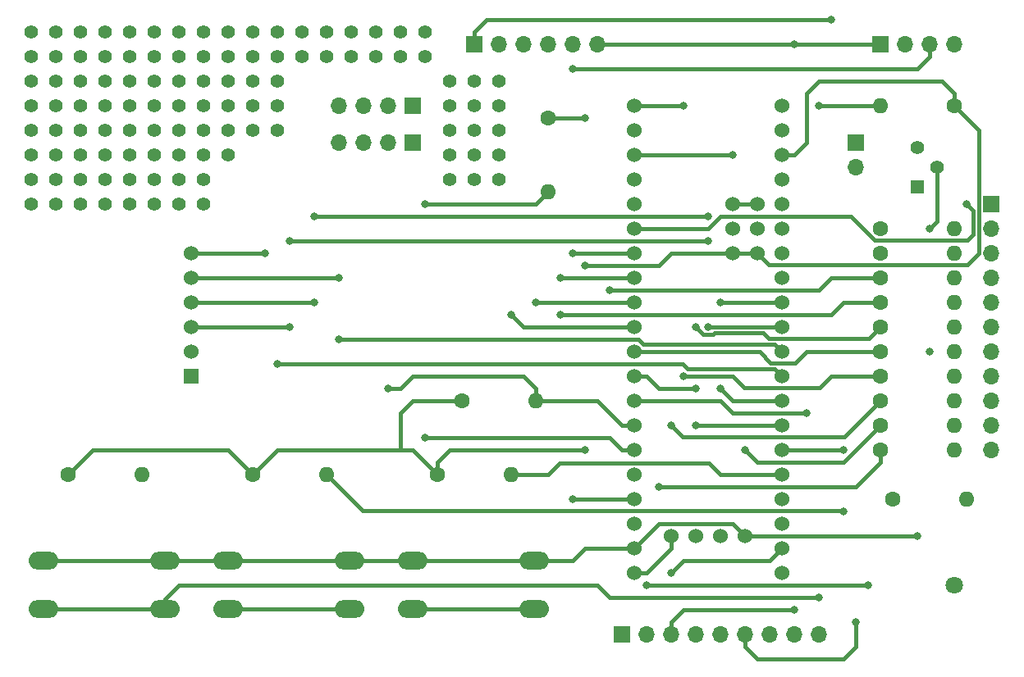
<source format=gbr>
%TF.GenerationSoftware,KiCad,Pcbnew,5.1.6-c6e7f7d~86~ubuntu16.04.1*%
%TF.CreationDate,2020-10-09T16:36:26+01:00*%
%TF.ProjectId,bluepill-pb1,626c7565-7069-46c6-9c2d-7062312e6b69,rev?*%
%TF.SameCoordinates,Original*%
%TF.FileFunction,Copper,L1,Top*%
%TF.FilePolarity,Positive*%
%FSLAX46Y46*%
G04 Gerber Fmt 4.6, Leading zero omitted, Abs format (unit mm)*
G04 Created by KiCad (PCBNEW 5.1.6-c6e7f7d~86~ubuntu16.04.1) date 2020-10-09 16:36:26*
%MOMM*%
%LPD*%
G01*
G04 APERTURE LIST*
%TA.AperFunction,ComponentPad*%
%ADD10O,1.700000X1.700000*%
%TD*%
%TA.AperFunction,ComponentPad*%
%ADD11R,1.700000X1.700000*%
%TD*%
%TA.AperFunction,ComponentPad*%
%ADD12O,1.600000X1.600000*%
%TD*%
%TA.AperFunction,ComponentPad*%
%ADD13C,1.600000*%
%TD*%
%TA.AperFunction,ComponentPad*%
%ADD14C,1.800000*%
%TD*%
%TA.AperFunction,ComponentPad*%
%ADD15C,1.524000*%
%TD*%
%TA.AperFunction,ComponentPad*%
%ADD16O,3.048000X1.850000*%
%TD*%
%TA.AperFunction,ComponentPad*%
%ADD17C,1.397000*%
%TD*%
%TA.AperFunction,ComponentPad*%
%ADD18R,1.397000X1.397000*%
%TD*%
%TA.AperFunction,ComponentPad*%
%ADD19R,1.524000X1.524000*%
%TD*%
%TA.AperFunction,ViaPad*%
%ADD20C,1.400000*%
%TD*%
%TA.AperFunction,ViaPad*%
%ADD21C,0.800000*%
%TD*%
%TA.AperFunction,Conductor*%
%ADD22C,0.400000*%
%TD*%
G04 APERTURE END LIST*
D10*
%TO.P,J6,6*%
%TO.N,GND*%
X137160000Y-59690000D03*
%TO.P,J6,5*%
%TO.N,Net-(J6-Pad5)*%
X134620000Y-59690000D03*
%TO.P,J6,4*%
%TO.N,Net-(J6-Pad4)*%
X132080000Y-59690000D03*
%TO.P,J6,3*%
%TO.N,Net-(J6-Pad3)*%
X129540000Y-59690000D03*
%TO.P,J6,2*%
%TO.N,Net-(J6-Pad2)*%
X127000000Y-59690000D03*
D11*
%TO.P,J6,1*%
%TO.N,Net-(J6-Pad1)*%
X124460000Y-59690000D03*
%TD*%
D10*
%TO.P,J7,2*%
%TO.N,Net-(J6-Pad1)*%
X163830000Y-72390000D03*
D11*
%TO.P,J7,1*%
%TO.N,Net-(J7-Pad1)*%
X163830000Y-69850000D03*
%TD*%
D12*
%TO.P,R17,2*%
%TO.N,Net-(J3-Pad2)*%
X130810000Y-96520000D03*
D13*
%TO.P,R17,1*%
%TO.N,+3V3*%
X123190000Y-96520000D03*
%TD*%
D14*
%TO.P,TP1,1*%
%TO.N,GND*%
X173990000Y-115570000D03*
%TD*%
D12*
%TO.P,R16,2*%
%TO.N,Net-(J3-Pad1)*%
X132080000Y-74930000D03*
D13*
%TO.P,R16,1*%
%TO.N,+3V3*%
X132080000Y-67310000D03*
%TD*%
D12*
%TO.P,R15,2*%
%TO.N,Net-(Q1-Pad2)*%
X175260000Y-106680000D03*
D13*
%TO.P,R15,1*%
%TO.N,Net-(R15-Pad1)*%
X167640000Y-106680000D03*
%TD*%
D15*
%TO.P,U1,5V*%
%TO.N,Net-(J6-Pad1)*%
X140970000Y-109220000D03*
%TO.P,U1,3V3*%
%TO.N,+3V3*%
X151130000Y-81280000D03*
%TO.P,U1,PB2*%
%TO.N,N/C*%
X151130000Y-78740000D03*
%TO.P,U1,G*%
%TO.N,GND*%
X151130000Y-76200000D03*
%TO.P,U1,3V3*%
%TO.N,+3V3*%
X153670000Y-81280000D03*
%TO.P,U1,BOOT*%
%TO.N,N/C*%
X153670000Y-78740000D03*
%TO.P,U1,G*%
%TO.N,GND*%
X153670000Y-76200000D03*
X152400000Y-110490000D03*
%TO.P,U1,PA14*%
%TO.N,N/C*%
X149860000Y-110490000D03*
%TO.P,U1,PA13*%
X147320000Y-110490000D03*
%TO.P,U1,3V3*%
%TO.N,+3V3*%
X144780000Y-110490000D03*
%TO.P,U1,G*%
%TO.N,GND*%
X156210000Y-66040000D03*
X156210000Y-68580000D03*
%TO.P,U1,3V3*%
%TO.N,+3V3*%
X156210000Y-71120000D03*
%TO.P,U1,NRST*%
%TO.N,N/C*%
X156210000Y-73660000D03*
%TO.P,U1,PB11*%
%TO.N,Net-(Q1-Pad1)*%
X156210000Y-76200000D03*
%TO.P,U1,PB10*%
%TO.N,N/C*%
X156210000Y-78740000D03*
%TO.P,U1,PB1*%
%TO.N,Net-(J5-Pad7)*%
X156210000Y-81280000D03*
%TO.P,U1,PB0*%
%TO.N,Net-(J5-Pad6)*%
X156210000Y-83820000D03*
%TO.P,U1,PA7*%
%TO.N,Net-(A1-Pad4)*%
X156210000Y-86360000D03*
%TO.P,U1,PA6*%
%TO.N,Net-(A1-Pad3)*%
X156210000Y-88900000D03*
%TO.P,U1,PA5*%
%TO.N,Net-(A1-Pad5)*%
X156210000Y-91440000D03*
%TO.P,U1,PA4*%
%TO.N,Net-(A1-Pad6)*%
X156210000Y-93980000D03*
%TO.P,U1,PA3*%
%TO.N,Net-(J5-Pad5)*%
X156210000Y-96520000D03*
%TO.P,U1,PA2*%
%TO.N,Net-(J5-Pad4)*%
X156210000Y-99060000D03*
%TO.P,U1,PA1*%
%TO.N,Net-(R2-Pad2)*%
X156210000Y-101600000D03*
%TO.P,U1,PA0*%
%TO.N,Net-(R3-Pad2)*%
X156210000Y-104140000D03*
%TO.P,U1,PC15*%
%TO.N,Net-(R1-Pad2)*%
X156210000Y-106680000D03*
%TO.P,U1,PC14*%
%TO.N,Net-(J5-Pad3)*%
X156210000Y-109220000D03*
%TO.P,U1,PC13*%
%TO.N,Net-(J5-Pad2)*%
X156210000Y-111760000D03*
%TO.P,U1,VBAT*%
%TO.N,N/C*%
X156210000Y-114300000D03*
%TO.P,U1,3V3*%
%TO.N,+3V3*%
X140970000Y-114300000D03*
%TO.P,U1,G*%
%TO.N,GND*%
X140970000Y-111760000D03*
%TO.P,U1,PB9*%
%TO.N,Net-(R7-Pad1)*%
X140970000Y-106680000D03*
%TO.P,U1,PB8*%
%TO.N,Net-(R6-Pad1)*%
X140970000Y-104140000D03*
%TO.P,U1,PB7*%
%TO.N,Net-(J3-Pad1)*%
X140970000Y-101600000D03*
%TO.P,U1,PB6*%
%TO.N,Net-(J3-Pad2)*%
X140970000Y-99060000D03*
%TO.P,U1,PB5*%
%TO.N,Net-(J5-Pad8)*%
X140970000Y-96520000D03*
%TO.P,U1,PB4*%
%TO.N,Net-(R8-Pad1)*%
X140970000Y-93980000D03*
%TO.P,U1,PB3*%
%TO.N,Net-(R15-Pad1)*%
X140970000Y-91440000D03*
%TO.P,U1,PA15*%
%TO.N,Net-(J6-Pad2)*%
X140970000Y-88900000D03*
%TO.P,U1,PA12*%
%TO.N,Net-(J6-Pad3)*%
X140970000Y-86360000D03*
%TO.P,U1,PA11*%
%TO.N,Net-(J6-Pad4)*%
X140970000Y-83820000D03*
%TO.P,U1,PA10*%
%TO.N,Net-(J2-Pad3)*%
X140970000Y-81280000D03*
%TO.P,U1,PA9*%
%TO.N,Net-(J2-Pad2)*%
X140970000Y-78740000D03*
%TO.P,U1,PA8*%
%TO.N,Net-(J6-Pad5)*%
X140970000Y-76200000D03*
%TO.P,U1,PB15*%
%TO.N,Net-(R13-Pad1)*%
X140970000Y-73660000D03*
%TO.P,U1,PB14*%
%TO.N,Net-(R12-Pad1)*%
X140970000Y-71120000D03*
%TO.P,U1,PB13*%
%TO.N,Net-(R11-Pad1)*%
X140970000Y-68580000D03*
%TO.P,U1,PB12*%
%TO.N,Net-(R10-Pad1)*%
X140970000Y-66040000D03*
%TD*%
D16*
%TO.P,SW2,2*%
%TO.N,Net-(R2-Pad2)*%
X99060000Y-118030000D03*
%TO.P,SW2,1*%
%TO.N,GND*%
X99060000Y-113030000D03*
%TO.P,SW2,2*%
%TO.N,Net-(R2-Pad2)*%
X111560000Y-118030000D03*
%TO.P,SW2,1*%
%TO.N,GND*%
X111560000Y-113030000D03*
%TD*%
D10*
%TO.P,J5,9*%
%TO.N,GND*%
X160020000Y-120650000D03*
%TO.P,J5,8*%
%TO.N,Net-(J5-Pad8)*%
X157480000Y-120650000D03*
%TO.P,J5,7*%
%TO.N,Net-(J5-Pad7)*%
X154940000Y-120650000D03*
%TO.P,J5,6*%
%TO.N,Net-(J5-Pad6)*%
X152400000Y-120650000D03*
%TO.P,J5,5*%
%TO.N,Net-(J5-Pad5)*%
X149860000Y-120650000D03*
%TO.P,J5,4*%
%TO.N,Net-(J5-Pad4)*%
X147320000Y-120650000D03*
%TO.P,J5,3*%
%TO.N,Net-(J5-Pad3)*%
X144780000Y-120650000D03*
%TO.P,J5,2*%
%TO.N,Net-(J5-Pad2)*%
X142240000Y-120650000D03*
D11*
%TO.P,J5,1*%
%TO.N,+3V3*%
X139700000Y-120650000D03*
%TD*%
D12*
%TO.P,R14,2*%
%TO.N,Net-(Q1-Pad1)*%
X166370000Y-66040000D03*
D13*
%TO.P,R14,1*%
%TO.N,+3V3*%
X173990000Y-66040000D03*
%TD*%
D17*
%TO.P,Q1,1*%
%TO.N,Net-(Q1-Pad1)*%
X170180000Y-70358000D03*
%TO.P,Q1,2*%
%TO.N,Net-(Q1-Pad2)*%
X172212000Y-72390000D03*
D18*
%TO.P,Q1,3*%
%TO.N,GND*%
X170180000Y-74422000D03*
%TD*%
D10*
%TO.P,J4,4*%
%TO.N,+3V3*%
X110490000Y-66040000D03*
%TO.P,J4,3*%
%TO.N,GND*%
X113030000Y-66040000D03*
%TO.P,J4,2*%
%TO.N,Net-(J3-Pad2)*%
X115570000Y-66040000D03*
D11*
%TO.P,J4,1*%
%TO.N,Net-(J3-Pad1)*%
X118110000Y-66040000D03*
%TD*%
D10*
%TO.P,J2,4*%
%TO.N,+3V3*%
X173990000Y-59690000D03*
%TO.P,J2,3*%
%TO.N,Net-(J2-Pad3)*%
X171450000Y-59690000D03*
%TO.P,J2,2*%
%TO.N,Net-(J2-Pad2)*%
X168910000Y-59690000D03*
D11*
%TO.P,J2,1*%
%TO.N,GND*%
X166370000Y-59690000D03*
%TD*%
D10*
%TO.P,J1,11*%
%TO.N,Net-(J1-Pad11)*%
X177800000Y-101600000D03*
%TO.P,J1,10*%
%TO.N,Net-(J1-Pad10)*%
X177800000Y-99060000D03*
%TO.P,J1,9*%
%TO.N,Net-(J1-Pad9)*%
X177800000Y-96520000D03*
%TO.P,J1,8*%
%TO.N,Net-(J1-Pad8)*%
X177800000Y-93980000D03*
%TO.P,J1,7*%
%TO.N,Net-(J1-Pad7)*%
X177800000Y-91440000D03*
%TO.P,J1,6*%
%TO.N,Net-(J1-Pad6)*%
X177800000Y-88900000D03*
%TO.P,J1,5*%
%TO.N,Net-(J1-Pad5)*%
X177800000Y-86360000D03*
%TO.P,J1,4*%
%TO.N,Net-(J1-Pad4)*%
X177800000Y-83820000D03*
%TO.P,J1,3*%
%TO.N,Net-(J1-Pad3)*%
X177800000Y-81280000D03*
%TO.P,J1,2*%
%TO.N,Net-(J1-Pad2)*%
X177800000Y-78740000D03*
D11*
%TO.P,J1,1*%
%TO.N,N/C*%
X177800000Y-76200000D03*
%TD*%
D12*
%TO.P,R13,2*%
%TO.N,Net-(J1-Pad11)*%
X173990000Y-101600000D03*
D13*
%TO.P,R13,1*%
%TO.N,Net-(R13-Pad1)*%
X166370000Y-101600000D03*
%TD*%
D12*
%TO.P,R12,2*%
%TO.N,Net-(J1-Pad10)*%
X173990000Y-99060000D03*
D13*
%TO.P,R12,1*%
%TO.N,Net-(R12-Pad1)*%
X166370000Y-99060000D03*
%TD*%
D12*
%TO.P,R11,2*%
%TO.N,Net-(J1-Pad9)*%
X173990000Y-96520000D03*
D13*
%TO.P,R11,1*%
%TO.N,Net-(R11-Pad1)*%
X166370000Y-96520000D03*
%TD*%
D12*
%TO.P,R10,2*%
%TO.N,Net-(J1-Pad8)*%
X173990000Y-93980000D03*
D13*
%TO.P,R10,1*%
%TO.N,Net-(R10-Pad1)*%
X166370000Y-93980000D03*
%TD*%
D12*
%TO.P,R9,2*%
%TO.N,Net-(J1-Pad7)*%
X173990000Y-91440000D03*
D13*
%TO.P,R9,1*%
%TO.N,Net-(R15-Pad1)*%
X166370000Y-91440000D03*
%TD*%
D12*
%TO.P,R8,2*%
%TO.N,Net-(J1-Pad6)*%
X173990000Y-88900000D03*
D13*
%TO.P,R8,1*%
%TO.N,Net-(R8-Pad1)*%
X166370000Y-88900000D03*
%TD*%
D12*
%TO.P,R7,2*%
%TO.N,Net-(J1-Pad5)*%
X173990000Y-86360000D03*
D13*
%TO.P,R7,1*%
%TO.N,Net-(R7-Pad1)*%
X166370000Y-86360000D03*
%TD*%
D12*
%TO.P,R6,2*%
%TO.N,Net-(J1-Pad4)*%
X173990000Y-83820000D03*
D13*
%TO.P,R6,1*%
%TO.N,Net-(R6-Pad1)*%
X166370000Y-83820000D03*
%TD*%
D12*
%TO.P,R5,2*%
%TO.N,Net-(J1-Pad3)*%
X173990000Y-81280000D03*
D13*
%TO.P,R5,1*%
%TO.N,GND*%
X166370000Y-81280000D03*
%TD*%
D12*
%TO.P,R4,2*%
%TO.N,Net-(J1-Pad2)*%
X173990000Y-78740000D03*
D13*
%TO.P,R4,1*%
%TO.N,Net-(J7-Pad1)*%
X166370000Y-78740000D03*
%TD*%
D16*
%TO.P,SW3,2*%
%TO.N,Net-(R3-Pad2)*%
X118110000Y-118030000D03*
%TO.P,SW3,1*%
%TO.N,GND*%
X118110000Y-113030000D03*
%TO.P,SW3,2*%
%TO.N,Net-(R3-Pad2)*%
X130610000Y-118030000D03*
%TO.P,SW3,1*%
%TO.N,GND*%
X130610000Y-113030000D03*
%TD*%
%TO.P,SW1,2*%
%TO.N,Net-(R1-Pad2)*%
X80010000Y-118030000D03*
%TO.P,SW1,1*%
%TO.N,GND*%
X80010000Y-113030000D03*
%TO.P,SW1,2*%
%TO.N,Net-(R1-Pad2)*%
X92510000Y-118030000D03*
%TO.P,SW1,1*%
%TO.N,GND*%
X92510000Y-113030000D03*
%TD*%
D12*
%TO.P,R3,2*%
%TO.N,Net-(R3-Pad2)*%
X128270000Y-104140000D03*
D13*
%TO.P,R3,1*%
%TO.N,+3V3*%
X120650000Y-104140000D03*
%TD*%
D12*
%TO.P,R2,2*%
%TO.N,Net-(R2-Pad2)*%
X109220000Y-104140000D03*
D13*
%TO.P,R2,1*%
%TO.N,+3V3*%
X101600000Y-104140000D03*
%TD*%
D12*
%TO.P,R1,2*%
%TO.N,Net-(R1-Pad2)*%
X90170000Y-104140000D03*
D13*
%TO.P,R1,1*%
%TO.N,+3V3*%
X82550000Y-104140000D03*
%TD*%
D10*
%TO.P,J3,4*%
%TO.N,GND*%
X110490000Y-69850000D03*
%TO.P,J3,3*%
%TO.N,+3V3*%
X113030000Y-69850000D03*
%TO.P,J3,2*%
%TO.N,Net-(J3-Pad2)*%
X115570000Y-69850000D03*
D11*
%TO.P,J3,1*%
%TO.N,Net-(J3-Pad1)*%
X118110000Y-69850000D03*
%TD*%
D15*
%TO.P,A1,6*%
%TO.N,Net-(A1-Pad6)*%
X95250000Y-81280000D03*
%TO.P,A1,5*%
%TO.N,Net-(A1-Pad5)*%
X95250000Y-83820000D03*
%TO.P,A1,4*%
%TO.N,Net-(A1-Pad4)*%
X95250000Y-86360000D03*
%TO.P,A1,3*%
%TO.N,Net-(A1-Pad3)*%
X95250000Y-88900000D03*
%TO.P,A1,2*%
%TO.N,+3V3*%
X95250000Y-91440000D03*
D19*
%TO.P,A1,1*%
%TO.N,GND*%
X95250000Y-93980000D03*
%TD*%
D20*
%TO.N,*%
X78740000Y-58420000D03*
X78740000Y-60960000D03*
X78740000Y-63500000D03*
X78740000Y-66040000D03*
X78740000Y-68580000D03*
X78740000Y-71120000D03*
X78740000Y-73660000D03*
X78740000Y-76200000D03*
X81280000Y-76200000D03*
X81280000Y-73660000D03*
X81280000Y-71120000D03*
X81280000Y-68580000D03*
X81280000Y-66040000D03*
X81280000Y-63500000D03*
X81280000Y-60960000D03*
X81280000Y-58420000D03*
X83820000Y-58420000D03*
X83820000Y-60960000D03*
X83820000Y-63500000D03*
X83820000Y-66040000D03*
X83820000Y-68580000D03*
X83820000Y-71120000D03*
X83820000Y-73660000D03*
X83820000Y-76200000D03*
X86360000Y-76200000D03*
X86360000Y-73660000D03*
X86360000Y-71120000D03*
X86360000Y-68580000D03*
X86360000Y-66040000D03*
X86360000Y-63500000D03*
X86360000Y-60960000D03*
X86360000Y-58420000D03*
X88900000Y-58420000D03*
X88900000Y-60960000D03*
X88900000Y-63500000D03*
X88900000Y-66040000D03*
X88900000Y-68580000D03*
X88900000Y-71120000D03*
X88900000Y-73660000D03*
X88900000Y-76200000D03*
X91440000Y-76200000D03*
X91440000Y-73660000D03*
X91440000Y-71120000D03*
X91440000Y-68580000D03*
X91440000Y-66040000D03*
X91440000Y-63500000D03*
X91440000Y-60960000D03*
X91440000Y-58420000D03*
X93980000Y-58420000D03*
X93980000Y-60960000D03*
X93980000Y-63500000D03*
X93980000Y-66040000D03*
X93980000Y-68580000D03*
X93980000Y-71120000D03*
X93980000Y-73660000D03*
X93980000Y-76200000D03*
X96520000Y-76200000D03*
X96520000Y-73660000D03*
X96520000Y-71120000D03*
X96520000Y-68580000D03*
X96520000Y-66040000D03*
X96520000Y-63500000D03*
X96520000Y-60960000D03*
X96520000Y-58420000D03*
X99060000Y-58420000D03*
X99060000Y-60960000D03*
X99060000Y-63500000D03*
X99060000Y-66040000D03*
X99060000Y-68580000D03*
X99060000Y-71120000D03*
X101600000Y-58420000D03*
X101600000Y-60960000D03*
X104140000Y-60960000D03*
X104140000Y-58420000D03*
X106680000Y-58420000D03*
X106680000Y-60960000D03*
X109220000Y-60960000D03*
X109220000Y-58420000D03*
X111760000Y-58420000D03*
X111760000Y-60960000D03*
X114300000Y-60960000D03*
X114300000Y-58420000D03*
X116840000Y-58420000D03*
X116840000Y-60960000D03*
X119380000Y-60960000D03*
X119380000Y-58420000D03*
X101600000Y-63500000D03*
X101600000Y-66040000D03*
X101600000Y-68580000D03*
X104140000Y-68580000D03*
X104140000Y-66040000D03*
X104140000Y-63500000D03*
X124460000Y-63500000D03*
X127000000Y-63500000D03*
X121920000Y-63500000D03*
X121920000Y-66040000D03*
X124460000Y-66040000D03*
X127000000Y-66040000D03*
X121920000Y-68580000D03*
X124460000Y-68580000D03*
X127000000Y-68580000D03*
X127000000Y-71120000D03*
X121920000Y-71120000D03*
X124460000Y-71120000D03*
X121920000Y-73660000D03*
X124460000Y-73660000D03*
X127000000Y-73660000D03*
D21*
%TO.N,Net-(A1-Pad6)*%
X104140000Y-92710000D03*
X102870000Y-81280000D03*
%TO.N,Net-(A1-Pad5)*%
X110490000Y-90170000D03*
X110490000Y-83820000D03*
%TO.N,Net-(A1-Pad4)*%
X149860000Y-86360000D03*
X148590000Y-77470000D03*
X107950000Y-77470000D03*
X107950000Y-86360000D03*
%TO.N,Net-(A1-Pad3)*%
X148590000Y-88900000D03*
X105410000Y-80010000D03*
X105410000Y-88900000D03*
X148590000Y-80010000D03*
%TO.N,Net-(J2-Pad3)*%
X134620000Y-62230000D03*
X134620000Y-81280000D03*
%TO.N,Net-(J2-Pad2)*%
X175260000Y-76200000D03*
%TO.N,+3V3*%
X135890000Y-101600000D03*
X135890000Y-82550000D03*
X135890000Y-67310000D03*
%TO.N,GND*%
X170180000Y-110490000D03*
X157480000Y-59690000D03*
%TO.N,Net-(R1-Pad2)*%
X160020000Y-116840000D03*
%TO.N,Net-(R2-Pad2)*%
X162560000Y-107950000D03*
X162560000Y-101600000D03*
%TO.N,Net-(J3-Pad2)*%
X115570000Y-95250000D03*
%TO.N,Net-(J3-Pad1)*%
X119380000Y-100330000D03*
X119380000Y-76200000D03*
%TO.N,Net-(R6-Pad1)*%
X138430000Y-85090000D03*
%TO.N,Net-(R7-Pad1)*%
X133350000Y-87630000D03*
X134620000Y-106680000D03*
%TO.N,Net-(R8-Pad1)*%
X147320000Y-88900000D03*
X147320000Y-95250000D03*
%TO.N,Net-(R10-Pad1)*%
X146050000Y-66040000D03*
X146050000Y-93980000D03*
%TO.N,Net-(R11-Pad1)*%
X144780000Y-99060000D03*
%TO.N,Net-(R12-Pad1)*%
X152400000Y-101600000D03*
X151130000Y-71120000D03*
%TO.N,Net-(R13-Pad1)*%
X143510000Y-105410000D03*
%TO.N,Net-(J5-Pad8)*%
X158750000Y-97790000D03*
%TO.N,Net-(J5-Pad6)*%
X163830000Y-119380000D03*
%TO.N,Net-(J5-Pad5)*%
X149860000Y-95250000D03*
%TO.N,Net-(J5-Pad4)*%
X147320000Y-99060000D03*
%TO.N,Net-(J5-Pad3)*%
X157480000Y-118110000D03*
%TO.N,Net-(J5-Pad2)*%
X144780000Y-114300000D03*
%TO.N,Net-(J6-Pad4)*%
X133350000Y-83820000D03*
%TO.N,Net-(J6-Pad3)*%
X130810000Y-86360000D03*
%TO.N,Net-(J6-Pad2)*%
X128270000Y-87630000D03*
%TO.N,Net-(J6-Pad1)*%
X165100000Y-115570000D03*
X142240000Y-115570000D03*
X161290000Y-57150000D03*
%TO.N,Net-(Q1-Pad1)*%
X160020000Y-66040000D03*
%TO.N,Net-(Q1-Pad2)*%
X171450000Y-78740000D03*
X171450000Y-91440000D03*
%TD*%
D22*
%TO.N,Net-(A1-Pad6)*%
X102870000Y-81280000D02*
X95250000Y-81280000D01*
X145964002Y-92710000D02*
X104140000Y-92710000D01*
X146472003Y-93218001D02*
X145964002Y-92710000D01*
X155448001Y-93218001D02*
X146472003Y-93218001D01*
X156210000Y-93980000D02*
X155448001Y-93218001D01*
%TO.N,Net-(A1-Pad5)*%
X156210000Y-91440000D02*
X155448001Y-90678001D01*
X155448001Y-90678001D02*
X141927763Y-90678001D01*
X141927763Y-90678001D02*
X141419762Y-90170000D01*
X141419762Y-90170000D02*
X110490000Y-90170000D01*
X110490000Y-83820000D02*
X95250000Y-83820000D01*
%TO.N,Net-(A1-Pad4)*%
X106680000Y-86360000D02*
X95250000Y-86360000D01*
X156210000Y-86360000D02*
X149860000Y-86360000D01*
X148590000Y-77470000D02*
X107950000Y-77470000D01*
X107950000Y-86360000D02*
X106680000Y-86360000D01*
%TO.N,Net-(A1-Pad3)*%
X156210000Y-88900000D02*
X148590000Y-88900000D01*
X147320000Y-80010000D02*
X105410000Y-80010000D01*
X105410000Y-88900000D02*
X95250000Y-88900000D01*
X147320000Y-80010000D02*
X148590000Y-80010000D01*
%TO.N,Net-(J2-Pad3)*%
X171450000Y-59690000D02*
X171450000Y-60960000D01*
X170180000Y-62230000D02*
X134620000Y-62230000D01*
X171450000Y-60960000D02*
X170180000Y-62230000D01*
X140970000Y-81280000D02*
X134620000Y-81280000D01*
%TO.N,Net-(J2-Pad2)*%
X140970000Y-78740000D02*
X148590000Y-78740000D01*
X175329999Y-79940001D02*
X175929990Y-79340010D01*
X148590000Y-78740000D02*
X149860000Y-77470000D01*
X163323998Y-77470000D02*
X165793999Y-79940001D01*
X165793999Y-79940001D02*
X175329999Y-79940001D01*
X149860000Y-77470000D02*
X163323998Y-77470000D01*
X175929990Y-79340010D02*
X175929990Y-76869990D01*
X175929990Y-76869990D02*
X175260000Y-76200000D01*
%TO.N,+3V3*%
X82550000Y-104140000D02*
X85090000Y-101600000D01*
X85090000Y-101600000D02*
X99060000Y-101600000D01*
X99060000Y-101600000D02*
X101600000Y-104140000D01*
X101600000Y-104140000D02*
X104140000Y-101600000D01*
X118110000Y-101600000D02*
X120650000Y-104140000D01*
X120650000Y-104140000D02*
X120650000Y-102870000D01*
X120650000Y-102870000D02*
X121920000Y-101600000D01*
X121920000Y-101600000D02*
X135890000Y-101600000D01*
X153670000Y-81280000D02*
X151130000Y-81280000D01*
X144780000Y-110490000D02*
X144780000Y-111760000D01*
X142240000Y-114300000D02*
X140970000Y-114300000D01*
X144780000Y-111760000D02*
X142240000Y-114300000D01*
X154870001Y-82480001D02*
X175329999Y-82480001D01*
X153670000Y-81280000D02*
X154870001Y-82480001D01*
X175329999Y-82480001D02*
X176530000Y-81280000D01*
X176530000Y-68580000D02*
X173990000Y-66040000D01*
X176530000Y-81280000D02*
X176530000Y-68580000D01*
X151130000Y-81280000D02*
X144780000Y-81280000D01*
X144780000Y-81280000D02*
X143510000Y-82550000D01*
X143510000Y-82550000D02*
X135890000Y-82550000D01*
X123190000Y-96520000D02*
X118110000Y-96520000D01*
X116840000Y-97790000D02*
X116840000Y-101600000D01*
X118110000Y-96520000D02*
X116840000Y-97790000D01*
X116840000Y-101600000D02*
X118110000Y-101600000D01*
X104140000Y-101600000D02*
X116840000Y-101600000D01*
X132080000Y-67310000D02*
X135890000Y-67310000D01*
X156210000Y-71120000D02*
X157480000Y-71120000D01*
X157480000Y-71120000D02*
X158750000Y-69850000D01*
X158750000Y-69850000D02*
X158750000Y-64770000D01*
X158750000Y-64770000D02*
X160020000Y-63500000D01*
X160020000Y-63500000D02*
X172720000Y-63500000D01*
X173990000Y-64770000D02*
X173990000Y-66040000D01*
X172720000Y-63500000D02*
X173990000Y-64770000D01*
%TO.N,GND*%
X157480000Y-59690000D02*
X166370000Y-59690000D01*
X80010000Y-113030000D02*
X92510000Y-113030000D01*
X92510000Y-113030000D02*
X99060000Y-113030000D01*
X99060000Y-113030000D02*
X111560000Y-113030000D01*
X111560000Y-113030000D02*
X118110000Y-113030000D01*
X118110000Y-113030000D02*
X130610000Y-113030000D01*
X130610000Y-113030000D02*
X134620000Y-113030000D01*
X135890000Y-111760000D02*
X140970000Y-111760000D01*
X134620000Y-113030000D02*
X135890000Y-111760000D01*
X153670000Y-76200000D02*
X151130000Y-76200000D01*
X170180000Y-110490000D02*
X152400000Y-110490000D01*
X152400000Y-110490000D02*
X151130000Y-109220000D01*
X151130000Y-109220000D02*
X143510000Y-109220000D01*
X143510000Y-109220000D02*
X140970000Y-111760000D01*
X139700000Y-59690000D02*
X137160000Y-59690000D01*
X157480000Y-59690000D02*
X139700000Y-59690000D01*
%TO.N,Net-(R1-Pad2)*%
X92510000Y-118030000D02*
X92790000Y-118030000D01*
X80010000Y-118030000D02*
X92510000Y-118030000D01*
X92510000Y-118030000D02*
X92510000Y-117040000D01*
X92510000Y-117040000D02*
X93980000Y-115570000D01*
X93980000Y-115570000D02*
X137160000Y-115570000D01*
X137160000Y-115570000D02*
X138430000Y-116840000D01*
X138430000Y-116840000D02*
X160020000Y-116840000D01*
%TO.N,Net-(R2-Pad2)*%
X99060000Y-118030000D02*
X111560000Y-118030000D01*
X109220000Y-104140000D02*
X110420001Y-105340001D01*
X162452001Y-107842001D02*
X162560000Y-107950000D01*
X112922001Y-107842001D02*
X162452001Y-107842001D01*
X110420001Y-105340001D02*
X112922001Y-107842001D01*
X162560000Y-101600000D02*
X156210000Y-101600000D01*
%TO.N,Net-(R3-Pad2)*%
X118110000Y-118030000D02*
X130610000Y-118030000D01*
X156210000Y-104140000D02*
X149860000Y-104140000D01*
X148697999Y-102977999D02*
X133242001Y-102977999D01*
X149860000Y-104140000D02*
X148697999Y-102977999D01*
X132080000Y-104140000D02*
X128270000Y-104140000D01*
X133242001Y-102977999D02*
X132080000Y-104140000D01*
%TO.N,Net-(J3-Pad2)*%
X140970000Y-99060000D02*
X139700000Y-99060000D01*
X137160000Y-96520000D02*
X130810000Y-96520000D01*
X139700000Y-99060000D02*
X137160000Y-96520000D01*
X115570000Y-95250000D02*
X116840000Y-95250000D01*
X116840000Y-95250000D02*
X118110000Y-93980000D01*
X118110000Y-93980000D02*
X129540000Y-93980000D01*
X130810000Y-95250000D02*
X130810000Y-96520000D01*
X129540000Y-93980000D02*
X130810000Y-95250000D01*
%TO.N,Net-(J3-Pad1)*%
X140970000Y-101600000D02*
X139700000Y-101600000D01*
X138430000Y-100330000D02*
X119380000Y-100330000D01*
X139700000Y-101600000D02*
X138430000Y-100330000D01*
X132080000Y-74930000D02*
X130810000Y-76200000D01*
X130810000Y-76200000D02*
X119380000Y-76200000D01*
%TO.N,Net-(R6-Pad1)*%
X166370000Y-83820000D02*
X161290000Y-83820000D01*
X160020000Y-85090000D02*
X138430000Y-85090000D01*
X161290000Y-83820000D02*
X160020000Y-85090000D01*
%TO.N,Net-(R7-Pad1)*%
X166370000Y-86360000D02*
X162560000Y-86360000D01*
X161290000Y-87630000D02*
X133350000Y-87630000D01*
X162560000Y-86360000D02*
X161290000Y-87630000D01*
X134620000Y-106680000D02*
X140970000Y-106680000D01*
%TO.N,Net-(R8-Pad1)*%
X154832001Y-90062001D02*
X154270010Y-89500010D01*
X165207999Y-90062001D02*
X154832001Y-90062001D01*
X166370000Y-88900000D02*
X165207999Y-90062001D01*
X154270010Y-89500010D02*
X149259990Y-89500010D01*
X148120001Y-89700001D02*
X147320000Y-88900000D01*
X149059999Y-89700001D02*
X148120001Y-89700001D01*
X149259990Y-89500010D02*
X149059999Y-89700001D01*
X147320000Y-95250000D02*
X143510000Y-95250000D01*
X142240000Y-93980000D02*
X140970000Y-93980000D01*
X143510000Y-95250000D02*
X142240000Y-93980000D01*
%TO.N,Net-(R10-Pad1)*%
X140970000Y-66040000D02*
X146050000Y-66040000D01*
X146050000Y-93980000D02*
X151130000Y-93980000D01*
X152292001Y-95142001D02*
X160127999Y-95142001D01*
X151130000Y-93980000D02*
X152292001Y-95142001D01*
X161290000Y-93980000D02*
X166370000Y-93980000D01*
X160127999Y-95142001D02*
X161290000Y-93980000D01*
%TO.N,Net-(R11-Pad1)*%
X145942001Y-100222001D02*
X144780000Y-99060000D01*
X162667999Y-100222001D02*
X145942001Y-100222001D01*
X166370000Y-96520000D02*
X162667999Y-100222001D01*
%TO.N,Net-(R12-Pad1)*%
X166370000Y-99060000D02*
X162560000Y-102870000D01*
X153670000Y-102870000D02*
X152400000Y-101600000D01*
X162560000Y-102870000D02*
X153670000Y-102870000D01*
X151130000Y-71120000D02*
X140970000Y-71120000D01*
%TO.N,Net-(R13-Pad1)*%
X166370000Y-101600000D02*
X166370000Y-102870000D01*
X163830000Y-105410000D02*
X143510000Y-105410000D01*
X166370000Y-102870000D02*
X163830000Y-105410000D01*
%TO.N,Net-(J5-Pad8)*%
X140970000Y-96520000D02*
X149860000Y-96520000D01*
X149860000Y-96520000D02*
X151130000Y-97790000D01*
X151130000Y-97790000D02*
X158750000Y-97790000D01*
%TO.N,Net-(J5-Pad6)*%
X163830000Y-119380000D02*
X163830000Y-121920000D01*
X163830000Y-121920000D02*
X162560000Y-123190000D01*
X162560000Y-123190000D02*
X153670000Y-123190000D01*
X152400000Y-121920000D02*
X152400000Y-120650000D01*
X153670000Y-123190000D02*
X152400000Y-121920000D01*
%TO.N,Net-(J5-Pad5)*%
X156210000Y-96520000D02*
X151130000Y-96520000D01*
X151130000Y-96520000D02*
X149860000Y-95250000D01*
%TO.N,Net-(J5-Pad4)*%
X156210000Y-99060000D02*
X147320000Y-99060000D01*
%TO.N,Net-(J5-Pad3)*%
X157480000Y-118110000D02*
X146050000Y-118110000D01*
X144780000Y-119380000D02*
X144780000Y-120650000D01*
X146050000Y-118110000D02*
X144780000Y-119380000D01*
%TO.N,Net-(J5-Pad2)*%
X144780000Y-114300000D02*
X146050000Y-113030000D01*
X154940000Y-113030000D02*
X156210000Y-111760000D01*
X146050000Y-113030000D02*
X154940000Y-113030000D01*
%TO.N,Net-(J6-Pad4)*%
X135975998Y-83820000D02*
X133350000Y-83820000D01*
X140970000Y-83820000D02*
X135975998Y-83820000D01*
%TO.N,Net-(J6-Pad3)*%
X134705998Y-86360000D02*
X130810000Y-86360000D01*
X140970000Y-86360000D02*
X134705998Y-86360000D01*
%TO.N,Net-(J6-Pad2)*%
X129540000Y-88900000D02*
X128270000Y-87630000D01*
X140970000Y-88900000D02*
X129540000Y-88900000D01*
%TO.N,Net-(J6-Pad1)*%
X165100000Y-115570000D02*
X142240000Y-115570000D01*
X161290000Y-57150000D02*
X125730000Y-57150000D01*
X124460000Y-58420000D02*
X124460000Y-59690000D01*
X125730000Y-57150000D02*
X124460000Y-58420000D01*
%TO.N,Net-(Q1-Pad1)*%
X166370000Y-66040000D02*
X160020000Y-66040000D01*
%TO.N,Net-(Q1-Pad2)*%
X172212000Y-77978000D02*
X171450000Y-78740000D01*
X172212000Y-72390000D02*
X172212000Y-77978000D01*
%TO.N,Net-(R15-Pad1)*%
X166370000Y-91440000D02*
X158750000Y-91440000D01*
X158750000Y-91440000D02*
X157587999Y-92602001D01*
X153885998Y-91440000D02*
X140970000Y-91440000D01*
X155047999Y-92602001D02*
X153885998Y-91440000D01*
X157587999Y-92602001D02*
X155047999Y-92602001D01*
%TD*%
M02*

</source>
